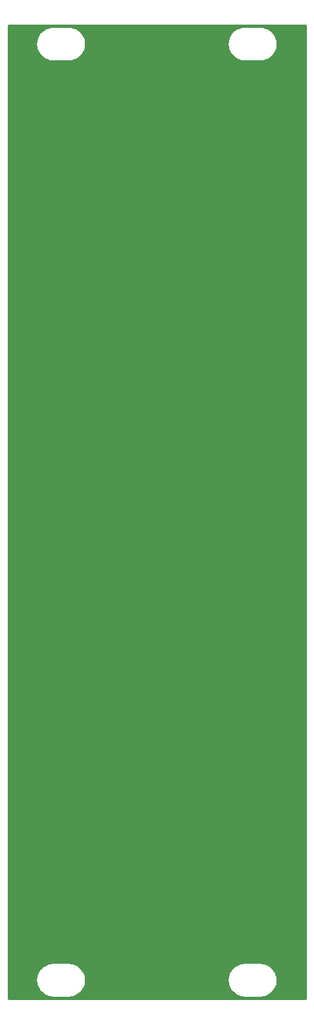
<source format=gbr>
G04 #@! TF.GenerationSoftware,KiCad,Pcbnew,(5.1.5-0)*
G04 #@! TF.CreationDate,2021-01-08T11:34:20-08:00*
G04 #@! TF.ProjectId,statues,73746174-7565-4732-9e6b-696361645f70,rev?*
G04 #@! TF.SameCoordinates,Original*
G04 #@! TF.FileFunction,Copper,L2,Bot*
G04 #@! TF.FilePolarity,Positive*
%FSLAX46Y46*%
G04 Gerber Fmt 4.6, Leading zero omitted, Abs format (unit mm)*
G04 Created by KiCad (PCBNEW (5.1.5-0)) date 2021-01-08 11:34:20*
%MOMM*%
%LPD*%
G04 APERTURE LIST*
%ADD10C,3.100000*%
%ADD11C,6.100000*%
%ADD12C,0.254000*%
G04 APERTURE END LIST*
D10*
X20500000Y-205250000D03*
X20500000Y-193000000D03*
X20500000Y-181250000D03*
X20500000Y-169250000D03*
X20500000Y-157250000D03*
X20500000Y-145250000D03*
X20500000Y-133250000D03*
X20500000Y-121250000D03*
D11*
X28500000Y-175250000D03*
X28500000Y-163500000D03*
X12500000Y-151500000D03*
X28500000Y-151500000D03*
X12500000Y-139500000D03*
X28500000Y-139500000D03*
X12500000Y-127500000D03*
X28500000Y-127250000D03*
X12500000Y-115500000D03*
X28500000Y-186750000D03*
X28500000Y-199000000D03*
X28500000Y-211000000D03*
D12*
G36*
X39540001Y-227840000D02*
G01*
X660000Y-227840000D01*
X660000Y-225351353D01*
X4242755Y-225351353D01*
X4243173Y-225411171D01*
X4242755Y-225470988D01*
X4243655Y-225480160D01*
X4276296Y-225790715D01*
X4288320Y-225849291D01*
X4299532Y-225908070D01*
X4302196Y-225916892D01*
X4394535Y-226215192D01*
X4417715Y-226270335D01*
X4440124Y-226325800D01*
X4444451Y-226333937D01*
X4592972Y-226608621D01*
X4626417Y-226658205D01*
X4659177Y-226708268D01*
X4665001Y-226715409D01*
X4864047Y-226956013D01*
X4906482Y-226998154D01*
X4948346Y-227040903D01*
X4955446Y-227046777D01*
X5197435Y-227244138D01*
X5247259Y-227277241D01*
X5296615Y-227311036D01*
X5304721Y-227315419D01*
X5580435Y-227462019D01*
X5635704Y-227484799D01*
X5690724Y-227508381D01*
X5699527Y-227511105D01*
X5998465Y-227601359D01*
X6057138Y-227612976D01*
X6115655Y-227625415D01*
X6124820Y-227626378D01*
X6435594Y-227656850D01*
X6435598Y-227656850D01*
X6467581Y-227660000D01*
X8532419Y-227660000D01*
X8565986Y-227656694D01*
X8586744Y-227656694D01*
X8595909Y-227655731D01*
X8906228Y-227620923D01*
X8964731Y-227608487D01*
X9023419Y-227596867D01*
X9032222Y-227594142D01*
X9329870Y-227499723D01*
X9384792Y-227476183D01*
X9440159Y-227453363D01*
X9448265Y-227448979D01*
X9721904Y-227298544D01*
X9771217Y-227264779D01*
X9821088Y-227231645D01*
X9828188Y-227225770D01*
X10067397Y-227025049D01*
X10109241Y-226982320D01*
X10151694Y-226940162D01*
X10157519Y-226933020D01*
X10353185Y-226689660D01*
X10385938Y-226639608D01*
X10419391Y-226590013D01*
X10423714Y-226581881D01*
X10423717Y-226581877D01*
X10423719Y-226581873D01*
X10568388Y-226305146D01*
X10590785Y-226249711D01*
X10613978Y-226194539D01*
X10616641Y-226185717D01*
X10704807Y-225886156D01*
X10716007Y-225827440D01*
X10728045Y-225768798D01*
X10728944Y-225759627D01*
X10757245Y-225448647D01*
X10756827Y-225388829D01*
X10757088Y-225351353D01*
X29292755Y-225351353D01*
X29293173Y-225411171D01*
X29292755Y-225470988D01*
X29293655Y-225480160D01*
X29326296Y-225790715D01*
X29338320Y-225849291D01*
X29349532Y-225908070D01*
X29352196Y-225916892D01*
X29444535Y-226215192D01*
X29467715Y-226270335D01*
X29490124Y-226325800D01*
X29494451Y-226333937D01*
X29642972Y-226608621D01*
X29676417Y-226658205D01*
X29709177Y-226708268D01*
X29715001Y-226715409D01*
X29914047Y-226956013D01*
X29956482Y-226998154D01*
X29998346Y-227040903D01*
X30005446Y-227046777D01*
X30247435Y-227244138D01*
X30297259Y-227277241D01*
X30346615Y-227311036D01*
X30354721Y-227315419D01*
X30630435Y-227462019D01*
X30685704Y-227484799D01*
X30740724Y-227508381D01*
X30749527Y-227511105D01*
X31048465Y-227601359D01*
X31107138Y-227612976D01*
X31165655Y-227625415D01*
X31174820Y-227626378D01*
X31485594Y-227656850D01*
X31485598Y-227656850D01*
X31517581Y-227660000D01*
X33582419Y-227660000D01*
X33615986Y-227656694D01*
X33636744Y-227656694D01*
X33645909Y-227655731D01*
X33956228Y-227620923D01*
X34014731Y-227608487D01*
X34073419Y-227596867D01*
X34082222Y-227594142D01*
X34379870Y-227499723D01*
X34434792Y-227476183D01*
X34490159Y-227453363D01*
X34498265Y-227448979D01*
X34771904Y-227298544D01*
X34821217Y-227264779D01*
X34871088Y-227231645D01*
X34878188Y-227225770D01*
X35117397Y-227025049D01*
X35159241Y-226982320D01*
X35201694Y-226940162D01*
X35207519Y-226933020D01*
X35403185Y-226689660D01*
X35435938Y-226639608D01*
X35469391Y-226590013D01*
X35473714Y-226581881D01*
X35473717Y-226581877D01*
X35473719Y-226581873D01*
X35618388Y-226305146D01*
X35640785Y-226249711D01*
X35663978Y-226194539D01*
X35666641Y-226185717D01*
X35754807Y-225886156D01*
X35766007Y-225827440D01*
X35778045Y-225768798D01*
X35778944Y-225759627D01*
X35807245Y-225448647D01*
X35806827Y-225388829D01*
X35807245Y-225329012D01*
X35806345Y-225319841D01*
X35773704Y-225009285D01*
X35761680Y-224950709D01*
X35750468Y-224891930D01*
X35747804Y-224883108D01*
X35655465Y-224584808D01*
X35632280Y-224529653D01*
X35609876Y-224474200D01*
X35605549Y-224466064D01*
X35605549Y-224466063D01*
X35605546Y-224466059D01*
X35457028Y-224191379D01*
X35423583Y-224141795D01*
X35390823Y-224091732D01*
X35384999Y-224084591D01*
X35185954Y-223843987D01*
X35143535Y-223801863D01*
X35101655Y-223759097D01*
X35094554Y-223753223D01*
X34852565Y-223555862D01*
X34802741Y-223522759D01*
X34753385Y-223488964D01*
X34745279Y-223484581D01*
X34469566Y-223337981D01*
X34414269Y-223315189D01*
X34359275Y-223291619D01*
X34350472Y-223288895D01*
X34051535Y-223198641D01*
X33992862Y-223187024D01*
X33934345Y-223174585D01*
X33925180Y-223173622D01*
X33614405Y-223143150D01*
X33614402Y-223143150D01*
X33582419Y-223140000D01*
X31517581Y-223140000D01*
X31484014Y-223143306D01*
X31463256Y-223143306D01*
X31454091Y-223144269D01*
X31143771Y-223179077D01*
X31085298Y-223191506D01*
X31026581Y-223203132D01*
X31017778Y-223205858D01*
X30720130Y-223300277D01*
X30665147Y-223323843D01*
X30609841Y-223346638D01*
X30601735Y-223351021D01*
X30328095Y-223501456D01*
X30278748Y-223535245D01*
X30228913Y-223568355D01*
X30221812Y-223574229D01*
X29982603Y-223774951D01*
X29940759Y-223817681D01*
X29898305Y-223859839D01*
X29892481Y-223866980D01*
X29696814Y-224110340D01*
X29664055Y-224160400D01*
X29630609Y-224209986D01*
X29626283Y-224218123D01*
X29481612Y-224494854D01*
X29459215Y-224550289D01*
X29436022Y-224605461D01*
X29433359Y-224614283D01*
X29345193Y-224913844D01*
X29333993Y-224972560D01*
X29321955Y-225031202D01*
X29321056Y-225040373D01*
X29292755Y-225351353D01*
X10757088Y-225351353D01*
X10757245Y-225329012D01*
X10756345Y-225319841D01*
X10723704Y-225009285D01*
X10711680Y-224950709D01*
X10700468Y-224891930D01*
X10697804Y-224883108D01*
X10605465Y-224584808D01*
X10582280Y-224529653D01*
X10559876Y-224474200D01*
X10555549Y-224466064D01*
X10555549Y-224466063D01*
X10555546Y-224466059D01*
X10407028Y-224191379D01*
X10373583Y-224141795D01*
X10340823Y-224091732D01*
X10334999Y-224084591D01*
X10135954Y-223843987D01*
X10093535Y-223801863D01*
X10051655Y-223759097D01*
X10044554Y-223753223D01*
X9802565Y-223555862D01*
X9752741Y-223522759D01*
X9703385Y-223488964D01*
X9695279Y-223484581D01*
X9419566Y-223337981D01*
X9364269Y-223315189D01*
X9309275Y-223291619D01*
X9300472Y-223288895D01*
X9001535Y-223198641D01*
X8942862Y-223187024D01*
X8884345Y-223174585D01*
X8875180Y-223173622D01*
X8564405Y-223143150D01*
X8564402Y-223143150D01*
X8532419Y-223140000D01*
X6467581Y-223140000D01*
X6434014Y-223143306D01*
X6413256Y-223143306D01*
X6404091Y-223144269D01*
X6093771Y-223179077D01*
X6035298Y-223191506D01*
X5976581Y-223203132D01*
X5967778Y-223205858D01*
X5670130Y-223300277D01*
X5615147Y-223323843D01*
X5559841Y-223346638D01*
X5551735Y-223351021D01*
X5278095Y-223501456D01*
X5228748Y-223535245D01*
X5178913Y-223568355D01*
X5171812Y-223574229D01*
X4932603Y-223774951D01*
X4890759Y-223817681D01*
X4848305Y-223859839D01*
X4842481Y-223866980D01*
X4646814Y-224110340D01*
X4614055Y-224160400D01*
X4580609Y-224209986D01*
X4576283Y-224218123D01*
X4431612Y-224494854D01*
X4409215Y-224550289D01*
X4386022Y-224605461D01*
X4383359Y-224614283D01*
X4295193Y-224913844D01*
X4283993Y-224972560D01*
X4271955Y-225031202D01*
X4271056Y-225040373D01*
X4242755Y-225351353D01*
X660000Y-225351353D01*
X660000Y-103051353D01*
X4242755Y-103051353D01*
X4243173Y-103111171D01*
X4242755Y-103170988D01*
X4243655Y-103180160D01*
X4276296Y-103490715D01*
X4288320Y-103549291D01*
X4299532Y-103608070D01*
X4302196Y-103616892D01*
X4394535Y-103915192D01*
X4417715Y-103970335D01*
X4440124Y-104025800D01*
X4444451Y-104033937D01*
X4592972Y-104308621D01*
X4626417Y-104358205D01*
X4659177Y-104408268D01*
X4665001Y-104415409D01*
X4864047Y-104656013D01*
X4906482Y-104698154D01*
X4948346Y-104740903D01*
X4955446Y-104746777D01*
X5197435Y-104944138D01*
X5247259Y-104977241D01*
X5296615Y-105011036D01*
X5304721Y-105015419D01*
X5580435Y-105162019D01*
X5635704Y-105184799D01*
X5690724Y-105208381D01*
X5699527Y-105211105D01*
X5998465Y-105301359D01*
X6057138Y-105312976D01*
X6115655Y-105325415D01*
X6124820Y-105326378D01*
X6435594Y-105356850D01*
X6435598Y-105356850D01*
X6467581Y-105360000D01*
X8532419Y-105360000D01*
X8565986Y-105356694D01*
X8586744Y-105356694D01*
X8595909Y-105355731D01*
X8906228Y-105320923D01*
X8964731Y-105308487D01*
X9023419Y-105296867D01*
X9032222Y-105294142D01*
X9329870Y-105199723D01*
X9384792Y-105176183D01*
X9440159Y-105153363D01*
X9448265Y-105148979D01*
X9721904Y-104998544D01*
X9771217Y-104964779D01*
X9821088Y-104931645D01*
X9828188Y-104925770D01*
X10067397Y-104725049D01*
X10109241Y-104682320D01*
X10151694Y-104640162D01*
X10157519Y-104633020D01*
X10353185Y-104389660D01*
X10385938Y-104339608D01*
X10419391Y-104290013D01*
X10423714Y-104281881D01*
X10423717Y-104281877D01*
X10423719Y-104281873D01*
X10568388Y-104005146D01*
X10590785Y-103949711D01*
X10613978Y-103894539D01*
X10616641Y-103885717D01*
X10704807Y-103586156D01*
X10716007Y-103527440D01*
X10728045Y-103468798D01*
X10728944Y-103459627D01*
X10757245Y-103148647D01*
X10756827Y-103088829D01*
X10757088Y-103051353D01*
X29292755Y-103051353D01*
X29293173Y-103111171D01*
X29292755Y-103170988D01*
X29293655Y-103180160D01*
X29326296Y-103490715D01*
X29338320Y-103549291D01*
X29349532Y-103608070D01*
X29352196Y-103616892D01*
X29444535Y-103915192D01*
X29467715Y-103970335D01*
X29490124Y-104025800D01*
X29494451Y-104033937D01*
X29642972Y-104308621D01*
X29676417Y-104358205D01*
X29709177Y-104408268D01*
X29715001Y-104415409D01*
X29914047Y-104656013D01*
X29956482Y-104698154D01*
X29998346Y-104740903D01*
X30005446Y-104746777D01*
X30247435Y-104944138D01*
X30297259Y-104977241D01*
X30346615Y-105011036D01*
X30354721Y-105015419D01*
X30630435Y-105162019D01*
X30685704Y-105184799D01*
X30740724Y-105208381D01*
X30749527Y-105211105D01*
X31048465Y-105301359D01*
X31107138Y-105312976D01*
X31165655Y-105325415D01*
X31174820Y-105326378D01*
X31485594Y-105356850D01*
X31485598Y-105356850D01*
X31517581Y-105360000D01*
X33582419Y-105360000D01*
X33615986Y-105356694D01*
X33636744Y-105356694D01*
X33645909Y-105355731D01*
X33956228Y-105320923D01*
X34014731Y-105308487D01*
X34073419Y-105296867D01*
X34082222Y-105294142D01*
X34379870Y-105199723D01*
X34434792Y-105176183D01*
X34490159Y-105153363D01*
X34498265Y-105148979D01*
X34771904Y-104998544D01*
X34821217Y-104964779D01*
X34871088Y-104931645D01*
X34878188Y-104925770D01*
X35117397Y-104725049D01*
X35159241Y-104682320D01*
X35201694Y-104640162D01*
X35207519Y-104633020D01*
X35403185Y-104389660D01*
X35435938Y-104339608D01*
X35469391Y-104290013D01*
X35473714Y-104281881D01*
X35473717Y-104281877D01*
X35473719Y-104281873D01*
X35618388Y-104005146D01*
X35640785Y-103949711D01*
X35663978Y-103894539D01*
X35666641Y-103885717D01*
X35754807Y-103586156D01*
X35766007Y-103527440D01*
X35778045Y-103468798D01*
X35778944Y-103459627D01*
X35807245Y-103148647D01*
X35806827Y-103088829D01*
X35807245Y-103029012D01*
X35806345Y-103019841D01*
X35773704Y-102709285D01*
X35761680Y-102650709D01*
X35750468Y-102591930D01*
X35747804Y-102583108D01*
X35655465Y-102284808D01*
X35632280Y-102229653D01*
X35609876Y-102174200D01*
X35605549Y-102166064D01*
X35605549Y-102166063D01*
X35605546Y-102166059D01*
X35457028Y-101891379D01*
X35423583Y-101841795D01*
X35390823Y-101791732D01*
X35384999Y-101784591D01*
X35185954Y-101543987D01*
X35143535Y-101501863D01*
X35101655Y-101459097D01*
X35094554Y-101453223D01*
X34852565Y-101255862D01*
X34802741Y-101222759D01*
X34753385Y-101188964D01*
X34745279Y-101184581D01*
X34469566Y-101037981D01*
X34414269Y-101015189D01*
X34359275Y-100991619D01*
X34350472Y-100988895D01*
X34051535Y-100898641D01*
X33992862Y-100887024D01*
X33934345Y-100874585D01*
X33925180Y-100873622D01*
X33614405Y-100843150D01*
X33614402Y-100843150D01*
X33582419Y-100840000D01*
X31517581Y-100840000D01*
X31484014Y-100843306D01*
X31463256Y-100843306D01*
X31454091Y-100844269D01*
X31143771Y-100879077D01*
X31085298Y-100891506D01*
X31026581Y-100903132D01*
X31017778Y-100905858D01*
X30720130Y-101000277D01*
X30665147Y-101023843D01*
X30609841Y-101046638D01*
X30601735Y-101051021D01*
X30328095Y-101201456D01*
X30278748Y-101235245D01*
X30228913Y-101268355D01*
X30221812Y-101274229D01*
X29982603Y-101474951D01*
X29940759Y-101517681D01*
X29898305Y-101559839D01*
X29892481Y-101566980D01*
X29696814Y-101810340D01*
X29664055Y-101860400D01*
X29630609Y-101909986D01*
X29626283Y-101918123D01*
X29481612Y-102194854D01*
X29459215Y-102250289D01*
X29436022Y-102305461D01*
X29433359Y-102314283D01*
X29345193Y-102613844D01*
X29333993Y-102672560D01*
X29321955Y-102731202D01*
X29321056Y-102740373D01*
X29292755Y-103051353D01*
X10757088Y-103051353D01*
X10757245Y-103029012D01*
X10756345Y-103019841D01*
X10723704Y-102709285D01*
X10711680Y-102650709D01*
X10700468Y-102591930D01*
X10697804Y-102583108D01*
X10605465Y-102284808D01*
X10582280Y-102229653D01*
X10559876Y-102174200D01*
X10555549Y-102166064D01*
X10555549Y-102166063D01*
X10555546Y-102166059D01*
X10407028Y-101891379D01*
X10373583Y-101841795D01*
X10340823Y-101791732D01*
X10334999Y-101784591D01*
X10135954Y-101543987D01*
X10093535Y-101501863D01*
X10051655Y-101459097D01*
X10044554Y-101453223D01*
X9802565Y-101255862D01*
X9752741Y-101222759D01*
X9703385Y-101188964D01*
X9695279Y-101184581D01*
X9419566Y-101037981D01*
X9364269Y-101015189D01*
X9309275Y-100991619D01*
X9300472Y-100988895D01*
X9001535Y-100898641D01*
X8942862Y-100887024D01*
X8884345Y-100874585D01*
X8875180Y-100873622D01*
X8564405Y-100843150D01*
X8564402Y-100843150D01*
X8532419Y-100840000D01*
X6467581Y-100840000D01*
X6434014Y-100843306D01*
X6413256Y-100843306D01*
X6404091Y-100844269D01*
X6093771Y-100879077D01*
X6035298Y-100891506D01*
X5976581Y-100903132D01*
X5967778Y-100905858D01*
X5670130Y-101000277D01*
X5615147Y-101023843D01*
X5559841Y-101046638D01*
X5551735Y-101051021D01*
X5278095Y-101201456D01*
X5228748Y-101235245D01*
X5178913Y-101268355D01*
X5171812Y-101274229D01*
X4932603Y-101474951D01*
X4890759Y-101517681D01*
X4848305Y-101559839D01*
X4842481Y-101566980D01*
X4646814Y-101810340D01*
X4614055Y-101860400D01*
X4580609Y-101909986D01*
X4576283Y-101918123D01*
X4431612Y-102194854D01*
X4409215Y-102250289D01*
X4386022Y-102305461D01*
X4383359Y-102314283D01*
X4295193Y-102613844D01*
X4283993Y-102672560D01*
X4271955Y-102731202D01*
X4271056Y-102740373D01*
X4242755Y-103051353D01*
X660000Y-103051353D01*
X660000Y-100660000D01*
X39540000Y-100660000D01*
X39540001Y-227840000D01*
G37*
X39540001Y-227840000D02*
X660000Y-227840000D01*
X660000Y-225351353D01*
X4242755Y-225351353D01*
X4243173Y-225411171D01*
X4242755Y-225470988D01*
X4243655Y-225480160D01*
X4276296Y-225790715D01*
X4288320Y-225849291D01*
X4299532Y-225908070D01*
X4302196Y-225916892D01*
X4394535Y-226215192D01*
X4417715Y-226270335D01*
X4440124Y-226325800D01*
X4444451Y-226333937D01*
X4592972Y-226608621D01*
X4626417Y-226658205D01*
X4659177Y-226708268D01*
X4665001Y-226715409D01*
X4864047Y-226956013D01*
X4906482Y-226998154D01*
X4948346Y-227040903D01*
X4955446Y-227046777D01*
X5197435Y-227244138D01*
X5247259Y-227277241D01*
X5296615Y-227311036D01*
X5304721Y-227315419D01*
X5580435Y-227462019D01*
X5635704Y-227484799D01*
X5690724Y-227508381D01*
X5699527Y-227511105D01*
X5998465Y-227601359D01*
X6057138Y-227612976D01*
X6115655Y-227625415D01*
X6124820Y-227626378D01*
X6435594Y-227656850D01*
X6435598Y-227656850D01*
X6467581Y-227660000D01*
X8532419Y-227660000D01*
X8565986Y-227656694D01*
X8586744Y-227656694D01*
X8595909Y-227655731D01*
X8906228Y-227620923D01*
X8964731Y-227608487D01*
X9023419Y-227596867D01*
X9032222Y-227594142D01*
X9329870Y-227499723D01*
X9384792Y-227476183D01*
X9440159Y-227453363D01*
X9448265Y-227448979D01*
X9721904Y-227298544D01*
X9771217Y-227264779D01*
X9821088Y-227231645D01*
X9828188Y-227225770D01*
X10067397Y-227025049D01*
X10109241Y-226982320D01*
X10151694Y-226940162D01*
X10157519Y-226933020D01*
X10353185Y-226689660D01*
X10385938Y-226639608D01*
X10419391Y-226590013D01*
X10423714Y-226581881D01*
X10423717Y-226581877D01*
X10423719Y-226581873D01*
X10568388Y-226305146D01*
X10590785Y-226249711D01*
X10613978Y-226194539D01*
X10616641Y-226185717D01*
X10704807Y-225886156D01*
X10716007Y-225827440D01*
X10728045Y-225768798D01*
X10728944Y-225759627D01*
X10757245Y-225448647D01*
X10756827Y-225388829D01*
X10757088Y-225351353D01*
X29292755Y-225351353D01*
X29293173Y-225411171D01*
X29292755Y-225470988D01*
X29293655Y-225480160D01*
X29326296Y-225790715D01*
X29338320Y-225849291D01*
X29349532Y-225908070D01*
X29352196Y-225916892D01*
X29444535Y-226215192D01*
X29467715Y-226270335D01*
X29490124Y-226325800D01*
X29494451Y-226333937D01*
X29642972Y-226608621D01*
X29676417Y-226658205D01*
X29709177Y-226708268D01*
X29715001Y-226715409D01*
X29914047Y-226956013D01*
X29956482Y-226998154D01*
X29998346Y-227040903D01*
X30005446Y-227046777D01*
X30247435Y-227244138D01*
X30297259Y-227277241D01*
X30346615Y-227311036D01*
X30354721Y-227315419D01*
X30630435Y-227462019D01*
X30685704Y-227484799D01*
X30740724Y-227508381D01*
X30749527Y-227511105D01*
X31048465Y-227601359D01*
X31107138Y-227612976D01*
X31165655Y-227625415D01*
X31174820Y-227626378D01*
X31485594Y-227656850D01*
X31485598Y-227656850D01*
X31517581Y-227660000D01*
X33582419Y-227660000D01*
X33615986Y-227656694D01*
X33636744Y-227656694D01*
X33645909Y-227655731D01*
X33956228Y-227620923D01*
X34014731Y-227608487D01*
X34073419Y-227596867D01*
X34082222Y-227594142D01*
X34379870Y-227499723D01*
X34434792Y-227476183D01*
X34490159Y-227453363D01*
X34498265Y-227448979D01*
X34771904Y-227298544D01*
X34821217Y-227264779D01*
X34871088Y-227231645D01*
X34878188Y-227225770D01*
X35117397Y-227025049D01*
X35159241Y-226982320D01*
X35201694Y-226940162D01*
X35207519Y-226933020D01*
X35403185Y-226689660D01*
X35435938Y-226639608D01*
X35469391Y-226590013D01*
X35473714Y-226581881D01*
X35473717Y-226581877D01*
X35473719Y-226581873D01*
X35618388Y-226305146D01*
X35640785Y-226249711D01*
X35663978Y-226194539D01*
X35666641Y-226185717D01*
X35754807Y-225886156D01*
X35766007Y-225827440D01*
X35778045Y-225768798D01*
X35778944Y-225759627D01*
X35807245Y-225448647D01*
X35806827Y-225388829D01*
X35807245Y-225329012D01*
X35806345Y-225319841D01*
X35773704Y-225009285D01*
X35761680Y-224950709D01*
X35750468Y-224891930D01*
X35747804Y-224883108D01*
X35655465Y-224584808D01*
X35632280Y-224529653D01*
X35609876Y-224474200D01*
X35605549Y-224466064D01*
X35605549Y-224466063D01*
X35605546Y-224466059D01*
X35457028Y-224191379D01*
X35423583Y-224141795D01*
X35390823Y-224091732D01*
X35384999Y-224084591D01*
X35185954Y-223843987D01*
X35143535Y-223801863D01*
X35101655Y-223759097D01*
X35094554Y-223753223D01*
X34852565Y-223555862D01*
X34802741Y-223522759D01*
X34753385Y-223488964D01*
X34745279Y-223484581D01*
X34469566Y-223337981D01*
X34414269Y-223315189D01*
X34359275Y-223291619D01*
X34350472Y-223288895D01*
X34051535Y-223198641D01*
X33992862Y-223187024D01*
X33934345Y-223174585D01*
X33925180Y-223173622D01*
X33614405Y-223143150D01*
X33614402Y-223143150D01*
X33582419Y-223140000D01*
X31517581Y-223140000D01*
X31484014Y-223143306D01*
X31463256Y-223143306D01*
X31454091Y-223144269D01*
X31143771Y-223179077D01*
X31085298Y-223191506D01*
X31026581Y-223203132D01*
X31017778Y-223205858D01*
X30720130Y-223300277D01*
X30665147Y-223323843D01*
X30609841Y-223346638D01*
X30601735Y-223351021D01*
X30328095Y-223501456D01*
X30278748Y-223535245D01*
X30228913Y-223568355D01*
X30221812Y-223574229D01*
X29982603Y-223774951D01*
X29940759Y-223817681D01*
X29898305Y-223859839D01*
X29892481Y-223866980D01*
X29696814Y-224110340D01*
X29664055Y-224160400D01*
X29630609Y-224209986D01*
X29626283Y-224218123D01*
X29481612Y-224494854D01*
X29459215Y-224550289D01*
X29436022Y-224605461D01*
X29433359Y-224614283D01*
X29345193Y-224913844D01*
X29333993Y-224972560D01*
X29321955Y-225031202D01*
X29321056Y-225040373D01*
X29292755Y-225351353D01*
X10757088Y-225351353D01*
X10757245Y-225329012D01*
X10756345Y-225319841D01*
X10723704Y-225009285D01*
X10711680Y-224950709D01*
X10700468Y-224891930D01*
X10697804Y-224883108D01*
X10605465Y-224584808D01*
X10582280Y-224529653D01*
X10559876Y-224474200D01*
X10555549Y-224466064D01*
X10555549Y-224466063D01*
X10555546Y-224466059D01*
X10407028Y-224191379D01*
X10373583Y-224141795D01*
X10340823Y-224091732D01*
X10334999Y-224084591D01*
X10135954Y-223843987D01*
X10093535Y-223801863D01*
X10051655Y-223759097D01*
X10044554Y-223753223D01*
X9802565Y-223555862D01*
X9752741Y-223522759D01*
X9703385Y-223488964D01*
X9695279Y-223484581D01*
X9419566Y-223337981D01*
X9364269Y-223315189D01*
X9309275Y-223291619D01*
X9300472Y-223288895D01*
X9001535Y-223198641D01*
X8942862Y-223187024D01*
X8884345Y-223174585D01*
X8875180Y-223173622D01*
X8564405Y-223143150D01*
X8564402Y-223143150D01*
X8532419Y-223140000D01*
X6467581Y-223140000D01*
X6434014Y-223143306D01*
X6413256Y-223143306D01*
X6404091Y-223144269D01*
X6093771Y-223179077D01*
X6035298Y-223191506D01*
X5976581Y-223203132D01*
X5967778Y-223205858D01*
X5670130Y-223300277D01*
X5615147Y-223323843D01*
X5559841Y-223346638D01*
X5551735Y-223351021D01*
X5278095Y-223501456D01*
X5228748Y-223535245D01*
X5178913Y-223568355D01*
X5171812Y-223574229D01*
X4932603Y-223774951D01*
X4890759Y-223817681D01*
X4848305Y-223859839D01*
X4842481Y-223866980D01*
X4646814Y-224110340D01*
X4614055Y-224160400D01*
X4580609Y-224209986D01*
X4576283Y-224218123D01*
X4431612Y-224494854D01*
X4409215Y-224550289D01*
X4386022Y-224605461D01*
X4383359Y-224614283D01*
X4295193Y-224913844D01*
X4283993Y-224972560D01*
X4271955Y-225031202D01*
X4271056Y-225040373D01*
X4242755Y-225351353D01*
X660000Y-225351353D01*
X660000Y-103051353D01*
X4242755Y-103051353D01*
X4243173Y-103111171D01*
X4242755Y-103170988D01*
X4243655Y-103180160D01*
X4276296Y-103490715D01*
X4288320Y-103549291D01*
X4299532Y-103608070D01*
X4302196Y-103616892D01*
X4394535Y-103915192D01*
X4417715Y-103970335D01*
X4440124Y-104025800D01*
X4444451Y-104033937D01*
X4592972Y-104308621D01*
X4626417Y-104358205D01*
X4659177Y-104408268D01*
X4665001Y-104415409D01*
X4864047Y-104656013D01*
X4906482Y-104698154D01*
X4948346Y-104740903D01*
X4955446Y-104746777D01*
X5197435Y-104944138D01*
X5247259Y-104977241D01*
X5296615Y-105011036D01*
X5304721Y-105015419D01*
X5580435Y-105162019D01*
X5635704Y-105184799D01*
X5690724Y-105208381D01*
X5699527Y-105211105D01*
X5998465Y-105301359D01*
X6057138Y-105312976D01*
X6115655Y-105325415D01*
X6124820Y-105326378D01*
X6435594Y-105356850D01*
X6435598Y-105356850D01*
X6467581Y-105360000D01*
X8532419Y-105360000D01*
X8565986Y-105356694D01*
X8586744Y-105356694D01*
X8595909Y-105355731D01*
X8906228Y-105320923D01*
X8964731Y-105308487D01*
X9023419Y-105296867D01*
X9032222Y-105294142D01*
X9329870Y-105199723D01*
X9384792Y-105176183D01*
X9440159Y-105153363D01*
X9448265Y-105148979D01*
X9721904Y-104998544D01*
X9771217Y-104964779D01*
X9821088Y-104931645D01*
X9828188Y-104925770D01*
X10067397Y-104725049D01*
X10109241Y-104682320D01*
X10151694Y-104640162D01*
X10157519Y-104633020D01*
X10353185Y-104389660D01*
X10385938Y-104339608D01*
X10419391Y-104290013D01*
X10423714Y-104281881D01*
X10423717Y-104281877D01*
X10423719Y-104281873D01*
X10568388Y-104005146D01*
X10590785Y-103949711D01*
X10613978Y-103894539D01*
X10616641Y-103885717D01*
X10704807Y-103586156D01*
X10716007Y-103527440D01*
X10728045Y-103468798D01*
X10728944Y-103459627D01*
X10757245Y-103148647D01*
X10756827Y-103088829D01*
X10757088Y-103051353D01*
X29292755Y-103051353D01*
X29293173Y-103111171D01*
X29292755Y-103170988D01*
X29293655Y-103180160D01*
X29326296Y-103490715D01*
X29338320Y-103549291D01*
X29349532Y-103608070D01*
X29352196Y-103616892D01*
X29444535Y-103915192D01*
X29467715Y-103970335D01*
X29490124Y-104025800D01*
X29494451Y-104033937D01*
X29642972Y-104308621D01*
X29676417Y-104358205D01*
X29709177Y-104408268D01*
X29715001Y-104415409D01*
X29914047Y-104656013D01*
X29956482Y-104698154D01*
X29998346Y-104740903D01*
X30005446Y-104746777D01*
X30247435Y-104944138D01*
X30297259Y-104977241D01*
X30346615Y-105011036D01*
X30354721Y-105015419D01*
X30630435Y-105162019D01*
X30685704Y-105184799D01*
X30740724Y-105208381D01*
X30749527Y-105211105D01*
X31048465Y-105301359D01*
X31107138Y-105312976D01*
X31165655Y-105325415D01*
X31174820Y-105326378D01*
X31485594Y-105356850D01*
X31485598Y-105356850D01*
X31517581Y-105360000D01*
X33582419Y-105360000D01*
X33615986Y-105356694D01*
X33636744Y-105356694D01*
X33645909Y-105355731D01*
X33956228Y-105320923D01*
X34014731Y-105308487D01*
X34073419Y-105296867D01*
X34082222Y-105294142D01*
X34379870Y-105199723D01*
X34434792Y-105176183D01*
X34490159Y-105153363D01*
X34498265Y-105148979D01*
X34771904Y-104998544D01*
X34821217Y-104964779D01*
X34871088Y-104931645D01*
X34878188Y-104925770D01*
X35117397Y-104725049D01*
X35159241Y-104682320D01*
X35201694Y-104640162D01*
X35207519Y-104633020D01*
X35403185Y-104389660D01*
X35435938Y-104339608D01*
X35469391Y-104290013D01*
X35473714Y-104281881D01*
X35473717Y-104281877D01*
X35473719Y-104281873D01*
X35618388Y-104005146D01*
X35640785Y-103949711D01*
X35663978Y-103894539D01*
X35666641Y-103885717D01*
X35754807Y-103586156D01*
X35766007Y-103527440D01*
X35778045Y-103468798D01*
X35778944Y-103459627D01*
X35807245Y-103148647D01*
X35806827Y-103088829D01*
X35807245Y-103029012D01*
X35806345Y-103019841D01*
X35773704Y-102709285D01*
X35761680Y-102650709D01*
X35750468Y-102591930D01*
X35747804Y-102583108D01*
X35655465Y-102284808D01*
X35632280Y-102229653D01*
X35609876Y-102174200D01*
X35605549Y-102166064D01*
X35605549Y-102166063D01*
X35605546Y-102166059D01*
X35457028Y-101891379D01*
X35423583Y-101841795D01*
X35390823Y-101791732D01*
X35384999Y-101784591D01*
X35185954Y-101543987D01*
X35143535Y-101501863D01*
X35101655Y-101459097D01*
X35094554Y-101453223D01*
X34852565Y-101255862D01*
X34802741Y-101222759D01*
X34753385Y-101188964D01*
X34745279Y-101184581D01*
X34469566Y-101037981D01*
X34414269Y-101015189D01*
X34359275Y-100991619D01*
X34350472Y-100988895D01*
X34051535Y-100898641D01*
X33992862Y-100887024D01*
X33934345Y-100874585D01*
X33925180Y-100873622D01*
X33614405Y-100843150D01*
X33614402Y-100843150D01*
X33582419Y-100840000D01*
X31517581Y-100840000D01*
X31484014Y-100843306D01*
X31463256Y-100843306D01*
X31454091Y-100844269D01*
X31143771Y-100879077D01*
X31085298Y-100891506D01*
X31026581Y-100903132D01*
X31017778Y-100905858D01*
X30720130Y-101000277D01*
X30665147Y-101023843D01*
X30609841Y-101046638D01*
X30601735Y-101051021D01*
X30328095Y-101201456D01*
X30278748Y-101235245D01*
X30228913Y-101268355D01*
X30221812Y-101274229D01*
X29982603Y-101474951D01*
X29940759Y-101517681D01*
X29898305Y-101559839D01*
X29892481Y-101566980D01*
X29696814Y-101810340D01*
X29664055Y-101860400D01*
X29630609Y-101909986D01*
X29626283Y-101918123D01*
X29481612Y-102194854D01*
X29459215Y-102250289D01*
X29436022Y-102305461D01*
X29433359Y-102314283D01*
X29345193Y-102613844D01*
X29333993Y-102672560D01*
X29321955Y-102731202D01*
X29321056Y-102740373D01*
X29292755Y-103051353D01*
X10757088Y-103051353D01*
X10757245Y-103029012D01*
X10756345Y-103019841D01*
X10723704Y-102709285D01*
X10711680Y-102650709D01*
X10700468Y-102591930D01*
X10697804Y-102583108D01*
X10605465Y-102284808D01*
X10582280Y-102229653D01*
X10559876Y-102174200D01*
X10555549Y-102166064D01*
X10555549Y-102166063D01*
X10555546Y-102166059D01*
X10407028Y-101891379D01*
X10373583Y-101841795D01*
X10340823Y-101791732D01*
X10334999Y-101784591D01*
X10135954Y-101543987D01*
X10093535Y-101501863D01*
X10051655Y-101459097D01*
X10044554Y-101453223D01*
X9802565Y-101255862D01*
X9752741Y-101222759D01*
X9703385Y-101188964D01*
X9695279Y-101184581D01*
X9419566Y-101037981D01*
X9364269Y-101015189D01*
X9309275Y-100991619D01*
X9300472Y-100988895D01*
X9001535Y-100898641D01*
X8942862Y-100887024D01*
X8884345Y-100874585D01*
X8875180Y-100873622D01*
X8564405Y-100843150D01*
X8564402Y-100843150D01*
X8532419Y-100840000D01*
X6467581Y-100840000D01*
X6434014Y-100843306D01*
X6413256Y-100843306D01*
X6404091Y-100844269D01*
X6093771Y-100879077D01*
X6035298Y-100891506D01*
X5976581Y-100903132D01*
X5967778Y-100905858D01*
X5670130Y-101000277D01*
X5615147Y-101023843D01*
X5559841Y-101046638D01*
X5551735Y-101051021D01*
X5278095Y-101201456D01*
X5228748Y-101235245D01*
X5178913Y-101268355D01*
X5171812Y-101274229D01*
X4932603Y-101474951D01*
X4890759Y-101517681D01*
X4848305Y-101559839D01*
X4842481Y-101566980D01*
X4646814Y-101810340D01*
X4614055Y-101860400D01*
X4580609Y-101909986D01*
X4576283Y-101918123D01*
X4431612Y-102194854D01*
X4409215Y-102250289D01*
X4386022Y-102305461D01*
X4383359Y-102314283D01*
X4295193Y-102613844D01*
X4283993Y-102672560D01*
X4271955Y-102731202D01*
X4271056Y-102740373D01*
X4242755Y-103051353D01*
X660000Y-103051353D01*
X660000Y-100660000D01*
X39540000Y-100660000D01*
X39540001Y-227840000D01*
M02*

</source>
